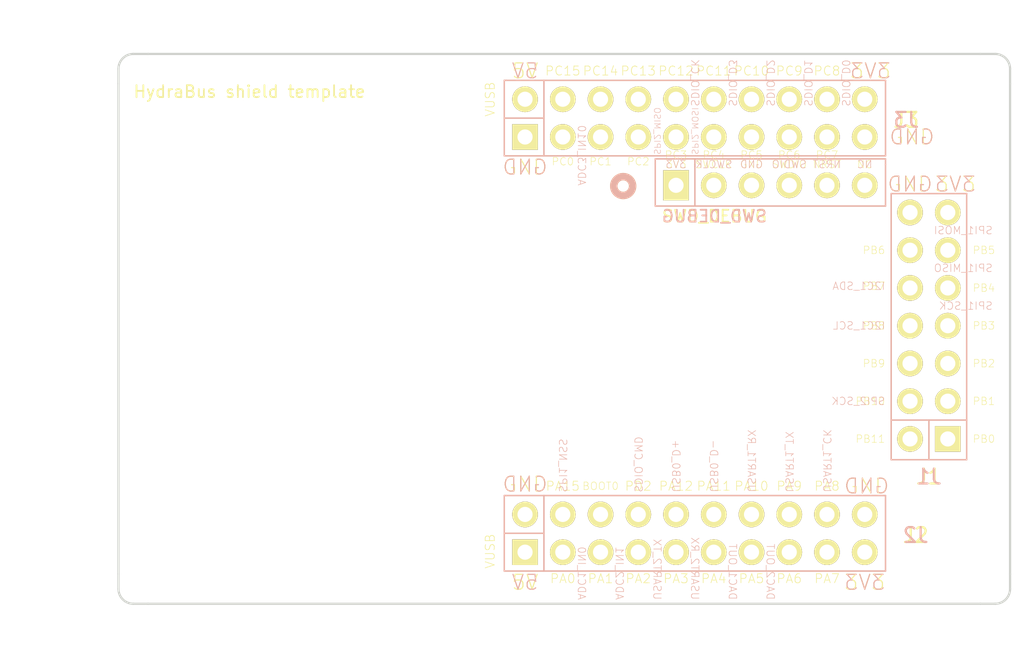
<source format=kicad_pcb>
(kicad_pcb (version 4) (host pcbnew 4.0.0-2.201512062335+6193~38~ubuntu15.10.1-stable)

  (general
    (links 9)
    (no_connects 9)
    (area 107.833333 71.323 176.917334 117.280001)
    (thickness 1.6)
    (drawings 169)
    (tracks 0)
    (zones 0)
    (modules 4)
    (nets 52)
  )

  (page A4)
  (title_block
    (title "HydraBus shield template")
    (date 2015-12-17)
    (comment 1 http://hydrabus.com/)
    (comment 2 "Based on the original HydraBus Eagle shield template")
    (comment 3 "Antti Nykänen <aon@umetronics.com>")
    (comment 4 "CC BY-SA 4.0")
  )

  (layers
    (0 F.Cu signal)
    (31 B.Cu signal)
    (32 B.Adhes user)
    (33 F.Adhes user)
    (34 B.Paste user)
    (35 F.Paste user)
    (36 B.SilkS user)
    (37 F.SilkS user)
    (38 B.Mask user)
    (39 F.Mask user)
    (40 Dwgs.User user)
    (41 Cmts.User user)
    (42 Eco1.User user)
    (43 Eco2.User user)
    (44 Edge.Cuts user)
    (45 Margin user)
    (46 B.CrtYd user)
    (47 F.CrtYd user)
    (48 B.Fab user)
    (49 F.Fab user)
  )

  (setup
    (last_trace_width 0.25)
    (trace_clearance 0.2)
    (zone_clearance 0.508)
    (zone_45_only no)
    (trace_min 0.2)
    (segment_width 0.1)
    (edge_width 0.15)
    (via_size 0.6)
    (via_drill 0.4)
    (via_min_size 0.4)
    (via_min_drill 0.3)
    (uvia_size 0.3)
    (uvia_drill 0.1)
    (uvias_allowed no)
    (uvia_min_size 0.2)
    (uvia_min_drill 0.1)
    (pcb_text_width 0.12)
    (pcb_text_size 0.8 0.8)
    (mod_edge_width 0.15)
    (mod_text_size 1 1)
    (mod_text_width 0.15)
    (pad_size 1.524 1.524)
    (pad_drill 0.762)
    (pad_to_mask_clearance 0.2)
    (aux_axis_origin 0 0)
    (grid_origin 176 76)
    (visible_elements FFFFFF7F)
    (pcbplotparams
      (layerselection 0x011f0_80000001)
      (usegerberextensions true)
      (excludeedgelayer true)
      (linewidth 0.100000)
      (plotframeref false)
      (viasonmask false)
      (mode 1)
      (useauxorigin false)
      (hpglpennumber 1)
      (hpglpenspeed 20)
      (hpglpendiameter 15)
      (hpglpenoverlay 2)
      (psnegative false)
      (psa4output false)
      (plotreference true)
      (plotvalue false)
      (plotinvisibletext false)
      (padsonsilk false)
      (subtractmaskfromsilk true)
      (outputformat 1)
      (mirror false)
      (drillshape 0)
      (scaleselection 1)
      (outputdirectory gerber))
  )

  (net 0 "")
  (net 1 /PB0)
  (net 2 /PB11)
  (net 3 /PB1)
  (net 4 /PB10)
  (net 5 /PB2_BOOT1)
  (net 6 /PB9)
  (net 7 /PB3)
  (net 8 /PB8)
  (net 9 /PB4)
  (net 10 /PB7)
  (net 11 /PB5)
  (net 12 /PB6)
  (net 13 +3V3)
  (net 14 GND)
  (net 15 +5V)
  (net 16 /PA0)
  (net 17 /PA15)
  (net 18 /PA1)
  (net 19 /BOOT0)
  (net 20 /PA2)
  (net 21 /PD2_SDIO_CMD)
  (net 22 /PA3)
  (net 23 /USB0D_P)
  (net 24 /PA4)
  (net 25 /USB0D_N)
  (net 26 /PA5)
  (net 27 /PA10)
  (net 28 /PA6)
  (net 29 /PA9)
  (net 30 /PA7)
  (net 31 /PA8)
  (net 32 /PC0)
  (net 33 /PC15)
  (net 34 /PC1)
  (net 35 /PC14)
  (net 36 /PC2)
  (net 37 /PC13)
  (net 38 /PC3)
  (net 39 /PC12_SDIO_CK)
  (net 40 /PC4)
  (net 41 /PC11_SDIO_D3)
  (net 42 /PC5)
  (net 43 /PC10_SDIO_D2)
  (net 44 /PC6)
  (net 45 /PC9_SDIO_D1)
  (net 46 /PC7)
  (net 47 /PC8_SDIO_D0)
  (net 48 /SWD_SWCLK)
  (net 49 /SWD_SWDIO)
  (net 50 /NRST)
  (net 51 "Net-(J4-Pad6)")

  (net_class Default "This is the default net class."
    (clearance 0.2)
    (trace_width 0.25)
    (via_dia 0.6)
    (via_drill 0.4)
    (uvia_dia 0.3)
    (uvia_drill 0.1)
    (add_net +3V3)
    (add_net +5V)
    (add_net /BOOT0)
    (add_net /NRST)
    (add_net /PA0)
    (add_net /PA1)
    (add_net /PA10)
    (add_net /PA15)
    (add_net /PA2)
    (add_net /PA3)
    (add_net /PA4)
    (add_net /PA5)
    (add_net /PA6)
    (add_net /PA7)
    (add_net /PA8)
    (add_net /PA9)
    (add_net /PB0)
    (add_net /PB1)
    (add_net /PB10)
    (add_net /PB11)
    (add_net /PB2_BOOT1)
    (add_net /PB3)
    (add_net /PB4)
    (add_net /PB5)
    (add_net /PB6)
    (add_net /PB7)
    (add_net /PB8)
    (add_net /PB9)
    (add_net /PC0)
    (add_net /PC1)
    (add_net /PC10_SDIO_D2)
    (add_net /PC11_SDIO_D3)
    (add_net /PC12_SDIO_CK)
    (add_net /PC13)
    (add_net /PC14)
    (add_net /PC15)
    (add_net /PC2)
    (add_net /PC3)
    (add_net /PC4)
    (add_net /PC5)
    (add_net /PC6)
    (add_net /PC7)
    (add_net /PC8_SDIO_D0)
    (add_net /PC9_SDIO_D1)
    (add_net /PD2_SDIO_CMD)
    (add_net /SWD_SWCLK)
    (add_net /SWD_SWDIO)
    (add_net /USB0D_N)
    (add_net /USB0D_P)
    (add_net GND)
    (add_net "Net-(J4-Pad6)")
  )

  (module Pin_Headers:Pin_Header_Straight_2x10 (layer F.Cu) (tedit 5674315B) (tstamp 5672C342)
    (at 143.361 109.528 90)
    (descr "Through hole pin header")
    (tags "pin header")
    (path /5672B8E4)
    (fp_text reference J2 (at 1.143 26.289 180) (layer F.SilkS)
      (effects (font (size 1 1) (thickness 0.15)))
    )
    (fp_text value CONN_02X10 (at 0 -3.1 90) (layer F.Fab) hide
      (effects (font (size 1 1) (thickness 0.15)))
    )
    (fp_line (start -1.75 -1.75) (end -1.75 24.65) (layer F.CrtYd) (width 0.05))
    (fp_line (start 4.3 -1.75) (end 4.3 24.65) (layer F.CrtYd) (width 0.05))
    (fp_line (start -1.75 -1.75) (end 4.3 -1.75) (layer F.CrtYd) (width 0.05))
    (fp_line (start -1.75 24.65) (end 4.3 24.65) (layer F.CrtYd) (width 0.05))
    (pad 1 thru_hole rect (at 0 0 90) (size 1.7272 1.7272) (drill 1.016) (layers *.Cu *.Mask F.SilkS)
      (net 15 +5V))
    (pad 2 thru_hole oval (at 2.54 0 90) (size 1.7272 1.7272) (drill 1.016) (layers *.Cu *.Mask F.SilkS)
      (net 14 GND))
    (pad 3 thru_hole oval (at 0 2.54 90) (size 1.7272 1.7272) (drill 1.016) (layers *.Cu *.Mask F.SilkS)
      (net 16 /PA0))
    (pad 4 thru_hole oval (at 2.54 2.54 90) (size 1.7272 1.7272) (drill 1.016) (layers *.Cu *.Mask F.SilkS)
      (net 17 /PA15))
    (pad 5 thru_hole oval (at 0 5.08 90) (size 1.7272 1.7272) (drill 1.016) (layers *.Cu *.Mask F.SilkS)
      (net 18 /PA1))
    (pad 6 thru_hole oval (at 2.54 5.08 90) (size 1.7272 1.7272) (drill 1.016) (layers *.Cu *.Mask F.SilkS)
      (net 19 /BOOT0))
    (pad 7 thru_hole oval (at 0 7.62 90) (size 1.7272 1.7272) (drill 1.016) (layers *.Cu *.Mask F.SilkS)
      (net 20 /PA2))
    (pad 8 thru_hole oval (at 2.54 7.62 90) (size 1.7272 1.7272) (drill 1.016) (layers *.Cu *.Mask F.SilkS)
      (net 21 /PD2_SDIO_CMD))
    (pad 9 thru_hole oval (at 0 10.16 90) (size 1.7272 1.7272) (drill 1.016) (layers *.Cu *.Mask F.SilkS)
      (net 22 /PA3))
    (pad 10 thru_hole oval (at 2.54 10.16 90) (size 1.7272 1.7272) (drill 1.016) (layers *.Cu *.Mask F.SilkS)
      (net 23 /USB0D_P))
    (pad 11 thru_hole oval (at 0 12.7 90) (size 1.7272 1.7272) (drill 1.016) (layers *.Cu *.Mask F.SilkS)
      (net 24 /PA4))
    (pad 12 thru_hole oval (at 2.54 12.7 90) (size 1.7272 1.7272) (drill 1.016) (layers *.Cu *.Mask F.SilkS)
      (net 25 /USB0D_N))
    (pad 13 thru_hole oval (at 0 15.24 90) (size 1.7272 1.7272) (drill 1.016) (layers *.Cu *.Mask F.SilkS)
      (net 26 /PA5))
    (pad 14 thru_hole oval (at 2.54 15.24 90) (size 1.7272 1.7272) (drill 1.016) (layers *.Cu *.Mask F.SilkS)
      (net 27 /PA10))
    (pad 15 thru_hole oval (at 0 17.78 90) (size 1.7272 1.7272) (drill 1.016) (layers *.Cu *.Mask F.SilkS)
      (net 28 /PA6))
    (pad 16 thru_hole oval (at 2.54 17.78 90) (size 1.7272 1.7272) (drill 1.016) (layers *.Cu *.Mask F.SilkS)
      (net 29 /PA9))
    (pad 17 thru_hole oval (at 0 20.32 90) (size 1.7272 1.7272) (drill 1.016) (layers *.Cu *.Mask F.SilkS)
      (net 30 /PA7))
    (pad 18 thru_hole oval (at 2.54 20.32 90) (size 1.7272 1.7272) (drill 1.016) (layers *.Cu *.Mask F.SilkS)
      (net 31 /PA8))
    (pad 19 thru_hole oval (at 0 22.86 90) (size 1.7272 1.7272) (drill 1.016) (layers *.Cu *.Mask F.SilkS)
      (net 13 +3V3))
    (pad 20 thru_hole oval (at 2.54 22.86 90) (size 1.7272 1.7272) (drill 1.016) (layers *.Cu *.Mask F.SilkS)
      (net 14 GND))
    (model Pin_Headers.3dshapes/Pin_Header_Straight_2x10.wrl
      (at (xyz 0.05 -0.45 0))
      (scale (xyz 1 1 1))
      (rotate (xyz 0 0 90))
    )
  )

  (module Pin_Headers:Pin_Header_Straight_2x10 (layer F.Cu) (tedit 5674306D) (tstamp 5672C35A)
    (at 143.361 81.588 90)
    (descr "Through hole pin header")
    (tags "pin header")
    (path /5672B7D1)
    (fp_text reference J3 (at 1.143 25.654 180) (layer F.SilkS)
      (effects (font (size 1 1) (thickness 0.15)))
    )
    (fp_text value CONN_02X10 (at 0 -3.1 90) (layer F.Fab) hide
      (effects (font (size 1 1) (thickness 0.15)))
    )
    (fp_line (start -1.75 -1.75) (end -1.75 24.65) (layer F.CrtYd) (width 0.05))
    (fp_line (start 4.3 -1.75) (end 4.3 24.65) (layer F.CrtYd) (width 0.05))
    (fp_line (start -1.75 -1.75) (end 4.3 -1.75) (layer F.CrtYd) (width 0.05))
    (fp_line (start -1.75 24.65) (end 4.3 24.65) (layer F.CrtYd) (width 0.05))
    (pad 1 thru_hole rect (at 0 0 90) (size 1.7272 1.7272) (drill 1.016) (layers *.Cu *.Mask F.SilkS)
      (net 14 GND))
    (pad 2 thru_hole oval (at 2.54 0 90) (size 1.7272 1.7272) (drill 1.016) (layers *.Cu *.Mask F.SilkS)
      (net 15 +5V))
    (pad 3 thru_hole oval (at 0 2.54 90) (size 1.7272 1.7272) (drill 1.016) (layers *.Cu *.Mask F.SilkS)
      (net 32 /PC0))
    (pad 4 thru_hole oval (at 2.54 2.54 90) (size 1.7272 1.7272) (drill 1.016) (layers *.Cu *.Mask F.SilkS)
      (net 33 /PC15))
    (pad 5 thru_hole oval (at 0 5.08 90) (size 1.7272 1.7272) (drill 1.016) (layers *.Cu *.Mask F.SilkS)
      (net 34 /PC1))
    (pad 6 thru_hole oval (at 2.54 5.08 90) (size 1.7272 1.7272) (drill 1.016) (layers *.Cu *.Mask F.SilkS)
      (net 35 /PC14))
    (pad 7 thru_hole oval (at 0 7.62 90) (size 1.7272 1.7272) (drill 1.016) (layers *.Cu *.Mask F.SilkS)
      (net 36 /PC2))
    (pad 8 thru_hole oval (at 2.54 7.62 90) (size 1.7272 1.7272) (drill 1.016) (layers *.Cu *.Mask F.SilkS)
      (net 37 /PC13))
    (pad 9 thru_hole oval (at 0 10.16 90) (size 1.7272 1.7272) (drill 1.016) (layers *.Cu *.Mask F.SilkS)
      (net 38 /PC3))
    (pad 10 thru_hole oval (at 2.54 10.16 90) (size 1.7272 1.7272) (drill 1.016) (layers *.Cu *.Mask F.SilkS)
      (net 39 /PC12_SDIO_CK))
    (pad 11 thru_hole oval (at 0 12.7 90) (size 1.7272 1.7272) (drill 1.016) (layers *.Cu *.Mask F.SilkS)
      (net 40 /PC4))
    (pad 12 thru_hole oval (at 2.54 12.7 90) (size 1.7272 1.7272) (drill 1.016) (layers *.Cu *.Mask F.SilkS)
      (net 41 /PC11_SDIO_D3))
    (pad 13 thru_hole oval (at 0 15.24 90) (size 1.7272 1.7272) (drill 1.016) (layers *.Cu *.Mask F.SilkS)
      (net 42 /PC5))
    (pad 14 thru_hole oval (at 2.54 15.24 90) (size 1.7272 1.7272) (drill 1.016) (layers *.Cu *.Mask F.SilkS)
      (net 43 /PC10_SDIO_D2))
    (pad 15 thru_hole oval (at 0 17.78 90) (size 1.7272 1.7272) (drill 1.016) (layers *.Cu *.Mask F.SilkS)
      (net 44 /PC6))
    (pad 16 thru_hole oval (at 2.54 17.78 90) (size 1.7272 1.7272) (drill 1.016) (layers *.Cu *.Mask F.SilkS)
      (net 45 /PC9_SDIO_D1))
    (pad 17 thru_hole oval (at 0 20.32 90) (size 1.7272 1.7272) (drill 1.016) (layers *.Cu *.Mask F.SilkS)
      (net 46 /PC7))
    (pad 18 thru_hole oval (at 2.54 20.32 90) (size 1.7272 1.7272) (drill 1.016) (layers *.Cu *.Mask F.SilkS)
      (net 47 /PC8_SDIO_D0))
    (pad 19 thru_hole oval (at 0 22.86 90) (size 1.7272 1.7272) (drill 1.016) (layers *.Cu *.Mask F.SilkS)
      (net 14 GND))
    (pad 20 thru_hole oval (at 2.54 22.86 90) (size 1.7272 1.7272) (drill 1.016) (layers *.Cu *.Mask F.SilkS)
      (net 13 +3V3))
    (model Pin_Headers.3dshapes/Pin_Header_Straight_2x10.wrl
      (at (xyz 0.05 -0.45 0))
      (scale (xyz 1 1 1))
      (rotate (xyz 0 0 90))
    )
  )

  (module Pin_Headers:Pin_Header_Straight_2x07 (layer F.Cu) (tedit 56743143) (tstamp 5672C32A)
    (at 171.809 101.908 180)
    (descr "Through hole pin header")
    (tags "pin header")
    (path /5672B942)
    (fp_text reference J1 (at 1.27 -2.54 180) (layer F.SilkS)
      (effects (font (size 1 1) (thickness 0.15)))
    )
    (fp_text value CONN_02X07 (at 0 -3.1 180) (layer F.Fab) hide
      (effects (font (size 1 1) (thickness 0.15)))
    )
    (fp_line (start -1.75 -1.75) (end -1.75 17) (layer F.CrtYd) (width 0.05))
    (fp_line (start 4.3 -1.75) (end 4.3 17) (layer F.CrtYd) (width 0.05))
    (fp_line (start -1.75 -1.75) (end 4.3 -1.75) (layer F.CrtYd) (width 0.05))
    (fp_line (start -1.75 17) (end 4.3 17) (layer F.CrtYd) (width 0.05))
    (pad 1 thru_hole rect (at 0 0 180) (size 1.7272 1.7272) (drill 1.016) (layers *.Cu *.Mask F.SilkS)
      (net 1 /PB0))
    (pad 2 thru_hole oval (at 2.54 0 180) (size 1.7272 1.7272) (drill 1.016) (layers *.Cu *.Mask F.SilkS)
      (net 2 /PB11))
    (pad 3 thru_hole oval (at 0 2.54 180) (size 1.7272 1.7272) (drill 1.016) (layers *.Cu *.Mask F.SilkS)
      (net 3 /PB1))
    (pad 4 thru_hole oval (at 2.54 2.54 180) (size 1.7272 1.7272) (drill 1.016) (layers *.Cu *.Mask F.SilkS)
      (net 4 /PB10))
    (pad 5 thru_hole oval (at 0 5.08 180) (size 1.7272 1.7272) (drill 1.016) (layers *.Cu *.Mask F.SilkS)
      (net 5 /PB2_BOOT1))
    (pad 6 thru_hole oval (at 2.54 5.08 180) (size 1.7272 1.7272) (drill 1.016) (layers *.Cu *.Mask F.SilkS)
      (net 6 /PB9))
    (pad 7 thru_hole oval (at 0 7.62 180) (size 1.7272 1.7272) (drill 1.016) (layers *.Cu *.Mask F.SilkS)
      (net 7 /PB3))
    (pad 8 thru_hole oval (at 2.54 7.62 180) (size 1.7272 1.7272) (drill 1.016) (layers *.Cu *.Mask F.SilkS)
      (net 8 /PB8))
    (pad 9 thru_hole oval (at 0 10.16 180) (size 1.7272 1.7272) (drill 1.016) (layers *.Cu *.Mask F.SilkS)
      (net 9 /PB4))
    (pad 10 thru_hole oval (at 2.54 10.16 180) (size 1.7272 1.7272) (drill 1.016) (layers *.Cu *.Mask F.SilkS)
      (net 10 /PB7))
    (pad 11 thru_hole oval (at 0 12.7 180) (size 1.7272 1.7272) (drill 1.016) (layers *.Cu *.Mask F.SilkS)
      (net 11 /PB5))
    (pad 12 thru_hole oval (at 2.54 12.7 180) (size 1.7272 1.7272) (drill 1.016) (layers *.Cu *.Mask F.SilkS)
      (net 12 /PB6))
    (pad 13 thru_hole oval (at 0 15.24 180) (size 1.7272 1.7272) (drill 1.016) (layers *.Cu *.Mask F.SilkS)
      (net 13 +3V3))
    (pad 14 thru_hole oval (at 2.54 15.24 180) (size 1.7272 1.7272) (drill 1.016) (layers *.Cu *.Mask F.SilkS)
      (net 14 GND))
    (model Pin_Headers.3dshapes/Pin_Header_Straight_2x07.wrl
      (at (xyz 0.05 -0.3 0))
      (scale (xyz 1 1 1))
      (rotate (xyz 0 0 90))
    )
  )

  (module Pin_Headers:Pin_Header_Straight_1x06 (layer F.Cu) (tedit 56743C54) (tstamp 5672C364)
    (at 153.521 84.8392 90)
    (descr "Through hole pin header")
    (tags "pin header")
    (path /5672B97D)
    (fp_text reference J4 (at 0 -5.1 90) (layer F.Adhes) hide
      (effects (font (size 1 1) (thickness 0.15)))
    )
    (fp_text value CONN_01X06 (at 0 -3.1 90) (layer F.Fab) hide
      (effects (font (size 1 1) (thickness 0.15)))
    )
    (fp_line (start -1.75 -1.75) (end -1.75 14.45) (layer F.CrtYd) (width 0.05))
    (fp_line (start 1.75 -1.75) (end 1.75 14.45) (layer F.CrtYd) (width 0.05))
    (fp_line (start -1.75 -1.75) (end 1.75 -1.75) (layer F.CrtYd) (width 0.05))
    (fp_line (start -1.75 14.45) (end 1.75 14.45) (layer F.CrtYd) (width 0.05))
    (pad 1 thru_hole rect (at 0 0 90) (size 2.032 1.7272) (drill 1.016) (layers *.Cu *.Mask F.SilkS)
      (net 13 +3V3))
    (pad 2 thru_hole oval (at 0 2.54 90) (size 1.7272 1.7272) (drill 1.016) (layers *.Cu *.Mask F.SilkS)
      (net 48 /SWD_SWCLK))
    (pad 3 thru_hole oval (at 0 5.08 90) (size 1.7272 1.7272) (drill 1.016) (layers *.Cu *.Mask F.SilkS)
      (net 14 GND))
    (pad 4 thru_hole oval (at 0 7.62 90) (size 1.7272 1.7272) (drill 1.016) (layers *.Cu *.Mask F.SilkS)
      (net 49 /SWD_SWDIO))
    (pad 5 thru_hole oval (at 0 10.16 90) (size 1.7272 1.7272) (drill 1.016) (layers *.Cu *.Mask F.SilkS)
      (net 50 /NRST))
    (pad 6 thru_hole oval (at 0 12.7 90) (size 1.7272 1.7272) (drill 1.016) (layers *.Cu *.Mask F.SilkS)
      (net 51 "Net-(J4-Pad6)"))
    (model Pin_Headers.3dshapes/Pin_Header_Straight_1x06.wrl
      (at (xyz 0 -0.25 0))
      (scale (xyz 1 1 1))
      (rotate (xyz 0 0 90))
    )
  )

  (gr_text VUSB (at 141.0115 109.4645 90) (layer F.SilkS)
    (effects (font (size 0.61 0.61) (thickness 0.05)))
  )
  (gr_text VUSB (at 141.0115 79.048 90) (layer F.SilkS)
    (effects (font (size 0.61 0.61) (thickness 0.05)))
  )
  (gr_text USART1_CK (at 163.681 105.5275 270) (layer B.SilkS)
    (effects (font (size 0.51 0.51) (thickness 0.04)) (justify left mirror))
  )
  (gr_text USART1_TX (at 161.141 105.5275 270) (layer B.SilkS)
    (effects (font (size 0.51 0.51) (thickness 0.04)) (justify left mirror))
  )
  (gr_text USART1_RX (at 158.601 105.5275 270) (layer B.SilkS)
    (effects (font (size 0.51 0.51) (thickness 0.04)) (justify left mirror))
  )
  (gr_text USB0_D- (at 156.061 105.5275 270) (layer B.SilkS)
    (effects (font (size 0.51 0.51) (thickness 0.04)) (justify left mirror))
  )
  (gr_text USB0_D+ (at 153.521 105.5275 270) (layer B.SilkS)
    (effects (font (size 0.51 0.51) (thickness 0.04)) (justify left mirror))
  )
  (gr_text SDIO_CMD (at 150.981 105.5275 270) (layer B.SilkS)
    (effects (font (size 0.51 0.51) (thickness 0.04)) (justify left mirror))
  )
  (gr_text SPI1_NSS (at 145.901 105.5275 270) (layer B.SilkS)
    (effects (font (size 0.51 0.51) (thickness 0.04)) (justify left mirror))
  )
  (gr_text DAC2_OUT (at 159.871 112.7665 270) (layer B.SilkS)
    (effects (font (size 0.51 0.51) (thickness 0.04)) (justify left mirror))
  )
  (gr_text DAC1_OUT (at 157.331 112.7665 270) (layer B.SilkS)
    (effects (font (size 0.51 0.51) (thickness 0.04)) (justify left mirror))
  )
  (gr_text USART2_RX (at 154.791 112.7665 270) (layer B.SilkS)
    (effects (font (size 0.51 0.51) (thickness 0.04)) (justify left mirror))
  )
  (gr_text USART2_TX (at 152.251 112.7665 270) (layer B.SilkS)
    (effects (font (size 0.51 0.51) (thickness 0.04)) (justify left mirror))
  )
  (gr_text ADC2_IN1 (at 149.711 112.7665 270) (layer B.SilkS)
    (effects (font (size 0.51 0.51) (thickness 0.04)) (justify left mirror))
  )
  (gr_text ADC1_IN0 (at 147.171 112.7665 270) (layer B.SilkS)
    (effects (font (size 0.51 0.51) (thickness 0.04)) (justify left mirror))
  )
  (gr_text I2C1_SDA (at 167.618 91.621) (layer B.SilkS)
    (effects (font (size 0.51 0.51) (thickness 0.04)) (justify left mirror))
  )
  (gr_text I2C1_SCL (at 167.618 94.288) (layer B.SilkS)
    (effects (font (size 0.51 0.51) (thickness 0.04)) (justify left mirror))
  )
  (gr_text SPI2_SCK (at 167.618 99.368) (layer B.SilkS)
    (effects (font (size 0.51 0.51) (thickness 0.04)) (justify left mirror))
  )
  (gr_text SPI1_SCK (at 174.857 92.9545) (layer B.SilkS)
    (effects (font (size 0.51 0.51) (thickness 0.04)) (justify left mirror))
  )
  (gr_text SPI1_MISO (at 174.857 90.4145) (layer B.SilkS)
    (effects (font (size 0.51 0.51) (thickness 0.04)) (justify left mirror))
  )
  (gr_text SPI1_MOSI (at 174.857 87.8745) (layer B.SilkS)
    (effects (font (size 0.51 0.51) (thickness 0.04)) (justify left mirror))
  )
  (gr_text SPI2_MOSI (at 154.791 82.7945 270) (layer B.SilkS)
    (effects (font (size 0.41 0.41) (thickness 0.032)) (justify left mirror))
  )
  (gr_text SPI2_MISO (at 152.251 82.7945 270) (layer B.SilkS)
    (effects (font (size 0.41 0.41) (thickness 0.032)) (justify left mirror))
  )
  (gr_text ADC3_IN10 (at 147.171 84.89 270) (layer B.SilkS)
    (effects (font (size 0.51 0.51) (thickness 0.04)) (justify left mirror))
  )
  (gr_text SDIO_D0 (at 164.951 79.556 270) (layer B.SilkS)
    (effects (font (size 0.51 0.51) (thickness 0.04)) (justify left mirror))
  )
  (gr_text SDIO_D1 (at 162.411 79.556 270) (layer B.SilkS)
    (effects (font (size 0.51 0.51) (thickness 0.04)) (justify left mirror))
  )
  (gr_text SDIO_D2 (at 159.871 79.556 270) (layer B.SilkS)
    (effects (font (size 0.51 0.51) (thickness 0.04)) (justify left mirror))
  )
  (gr_text SDIO_D3 (at 157.331 79.556 270) (layer B.SilkS)
    (effects (font (size 0.51 0.51) (thickness 0.04)) (justify left mirror))
  )
  (gr_text SDIO_CK (at 154.791 79.556 270) (layer B.SilkS)
    (effects (font (size 0.51 0.51) (thickness 0.04)) (justify left mirror))
  )
  (gr_text PB0 (at 173.46 101.908) (layer F.SilkS)
    (effects (font (size 0.51 0.51) (thickness 0.04)) (justify left))
  )
  (gr_text PB1 (at 173.46 99.368) (layer F.SilkS)
    (effects (font (size 0.51 0.51) (thickness 0.04)) (justify left))
  )
  (gr_text PB2 (at 173.46 96.828) (layer F.SilkS)
    (effects (font (size 0.51 0.51) (thickness 0.04)) (justify left))
  )
  (gr_text PB3 (at 173.46 94.288) (layer F.SilkS)
    (effects (font (size 0.51 0.51) (thickness 0.04)) (justify left))
  )
  (gr_text PB4 (at 173.46 91.748) (layer F.SilkS)
    (effects (font (size 0.51 0.51) (thickness 0.04)) (justify left))
  )
  (gr_text PB11 (at 167.618 101.908) (layer F.SilkS)
    (effects (font (size 0.51 0.51) (thickness 0.04)) (justify right))
  )
  (gr_text PB5 (at 173.46 89.208) (layer F.SilkS)
    (effects (font (size 0.51 0.51) (thickness 0.04)) (justify left))
  )
  (gr_text PB10 (at 167.618 99.368) (layer F.SilkS)
    (effects (font (size 0.51 0.51) (thickness 0.04)) (justify right))
  )
  (gr_text PB9 (at 167.618 96.828) (layer F.SilkS)
    (effects (font (size 0.51 0.51) (thickness 0.04)) (justify right))
  )
  (gr_text PB8 (at 167.618 94.288) (layer F.SilkS)
    (effects (font (size 0.51 0.51) (thickness 0.04)) (justify right))
  )
  (gr_text PB7 (at 167.618 91.621) (layer F.SilkS)
    (effects (font (size 0.51 0.51) (thickness 0.04)) (justify right))
  )
  (gr_text PB6 (at 167.618 89.208) (layer F.SilkS)
    (effects (font (size 0.51 0.51) (thickness 0.04)) (justify right))
  )
  (gr_text GND (at 169.269 84.763) (layer B.SilkS)
    (effects (font (size 1 1) (thickness 0.08)) (justify mirror))
  )
  (gr_text 3V3 (at 172.317 84.763) (layer B.SilkS)
    (effects (font (size 1 1) (thickness 0.08)) (justify mirror))
  )
  (gr_text 3V3 (at 172.317 84.763) (layer F.SilkS)
    (effects (font (size 1 1) (thickness 0.08)))
  )
  (gr_text GND (at 169.269 84.763) (layer F.SilkS)
    (effects (font (size 1 1) (thickness 0.08)))
  )
  (gr_line (start 170.539 100.638) (end 170.539 103.305) (angle 90) (layer B.SilkS) (width 0.1))
  (gr_line (start 167.999 100.638) (end 173.079 100.638) (angle 90) (layer B.SilkS) (width 0.1))
  (gr_text NC (at 166.221 83.4295) (layer F.SilkS)
    (effects (font (size 0.51 0.51) (thickness 0.04)))
  )
  (gr_text NRST (at 163.681 83.4295) (layer B.SilkS)
    (effects (font (size 0.51 0.51) (thickness 0.04)) (justify mirror))
  )
  (gr_text SWDIO (at 161.141 83.4295) (layer B.SilkS)
    (effects (font (size 0.51 0.51) (thickness 0.04)) (justify mirror))
  )
  (gr_text GND (at 158.601 83.4295) (layer F.SilkS)
    (effects (font (size 0.51 0.51) (thickness 0.04)))
  )
  (gr_text SWCLK (at 156.061 83.4295) (layer B.SilkS)
    (effects (font (size 0.51 0.51) (thickness 0.04)) (justify mirror))
  )
  (gr_text 3V3 (at 153.521 83.4295) (layer B.SilkS)
    (effects (font (size 0.51 0.51) (thickness 0.04)) (justify mirror))
  )
  (gr_text NC (at 166.221 83.4295) (layer B.SilkS)
    (effects (font (size 0.51 0.51) (thickness 0.04)) (justify mirror))
  )
  (gr_text NRST (at 163.681 83.4295) (layer F.SilkS)
    (effects (font (size 0.51 0.51) (thickness 0.04)))
  )
  (gr_text SWDIO (at 161.141 83.4295) (layer F.SilkS)
    (effects (font (size 0.51 0.51) (thickness 0.04)))
  )
  (gr_line (start 167.618 83.4422) (end 167.618 83.0612) (angle 90) (layer B.SilkS) (width 0.1))
  (gr_line (start 154.791 83.0612) (end 154.7656 83.0866) (angle 90) (layer B.SilkS) (width 0.1))
  (gr_line (start 154.791 83.4422) (end 154.791 83.0612) (angle 90) (layer B.SilkS) (width 0.1))
  (gr_line (start 152.124 83.3914) (end 152.124 83.4676) (angle 90) (layer B.SilkS) (width 0.1))
  (gr_line (start 152.124 83.0612) (end 152.124 83.3914) (angle 90) (layer B.SilkS) (width 0.1))
  (gr_text GND (at 158.601 83.4295) (layer B.SilkS)
    (effects (font (size 0.51 0.51) (thickness 0.04)) (justify mirror))
  )
  (gr_text SWCLK (at 156.061 83.4295) (layer F.SilkS)
    (effects (font (size 0.51 0.51) (thickness 0.04)))
  )
  (gr_text 3V3 (at 153.521 83.4295) (layer F.SilkS)
    (effects (font (size 0.51 0.51) (thickness 0.04)))
  )
  (gr_line (start 167.999 103.305) (end 167.999 85.398) (angle 90) (layer B.SilkS) (width 0.1))
  (gr_line (start 173.079 103.305) (end 167.999 103.305) (angle 90) (layer B.SilkS) (width 0.1))
  (gr_line (start 173.079 85.398) (end 173.079 103.305) (angle 90) (layer B.SilkS) (width 0.1))
  (gr_line (start 167.999 85.398) (end 173.079 85.398) (angle 90) (layer B.SilkS) (width 0.1))
  (gr_line (start 154.791 83.5692) (end 154.791 83.4422) (angle 90) (layer B.SilkS) (width 0.1))
  (gr_line (start 154.791 86.2235) (end 154.791 83.5565) (angle 90) (layer B.SilkS) (width 0.1))
  (gr_line (start 152.124 86.2362) (end 152.124 84.763) (angle 90) (layer B.SilkS) (width 0.1))
  (gr_line (start 167.618 86.2362) (end 152.124 86.2362) (angle 90) (layer B.SilkS) (width 0.1))
  (gr_line (start 167.618 83.4422) (end 167.618 86.2362) (angle 90) (layer B.SilkS) (width 0.1))
  (gr_line (start 152.124 83.0612) (end 167.618 83.0612) (angle 90) (layer B.SilkS) (width 0.1))
  (gr_line (start 152.124 84.8392) (end 152.124 83.4422) (angle 90) (layer B.SilkS) (width 0.1))
  (gr_text PA0 (at 145.901 111.306) (layer F.SilkS)
    (effects (font (size 0.61 0.61) (thickness 0.05)))
  )
  (gr_text PA7 (at 163.681 111.306) (layer F.SilkS) (tstamp 567436A3)
    (effects (font (size 0.61 0.61) (thickness 0.05)))
  )
  (gr_text PA6 (at 161.141 111.306) (layer F.SilkS) (tstamp 567436A2)
    (effects (font (size 0.61 0.61) (thickness 0.05)))
  )
  (gr_text PA5 (at 158.601 111.306) (layer F.SilkS) (tstamp 567436A1)
    (effects (font (size 0.61 0.61) (thickness 0.05)))
  )
  (gr_text PA4 (at 156.061 111.306) (layer F.SilkS) (tstamp 567436A0)
    (effects (font (size 0.61 0.61) (thickness 0.05)))
  )
  (gr_text PA3 (at 153.521 111.306) (layer F.SilkS) (tstamp 5674369F)
    (effects (font (size 0.61 0.61) (thickness 0.05)))
  )
  (gr_text PA2 (at 150.981 111.306) (layer F.SilkS) (tstamp 5674369E)
    (effects (font (size 0.61 0.61) (thickness 0.05)))
  )
  (gr_text PA1 (at 148.441 111.306) (layer F.SilkS) (tstamp 5674369D)
    (effects (font (size 0.61 0.61) (thickness 0.05)))
  )
  (gr_text 5V (at 143.361 111.56) (layer B.SilkS) (tstamp 56743644)
    (effects (font (size 1 1) (thickness 0.08)) (justify mirror))
  )
  (gr_text 5V (at 143.361 111.56) (layer F.SilkS) (tstamp 56743643)
    (effects (font (size 1 1) (thickness 0.08)))
  )
  (gr_line (start 142.091 105.718) (end 167.618 105.718) (angle 90) (layer B.SilkS) (width 0.1) (tstamp 56743642))
  (gr_line (start 167.618 105.718) (end 167.618 110.798) (angle 90) (layer B.SilkS) (width 0.1) (tstamp 56743641))
  (gr_line (start 167.618 110.798) (end 141.964 110.798) (angle 90) (layer B.SilkS) (width 0.1) (tstamp 56743640))
  (gr_line (start 141.964 110.798) (end 141.964 105.718) (angle 90) (layer B.SilkS) (width 0.1) (tstamp 5674363F))
  (gr_line (start 141.964 105.718) (end 142.091 105.718) (angle 90) (layer B.SilkS) (width 0.1) (tstamp 5674363E))
  (gr_line (start 144.631 105.718) (end 144.631 110.798) (angle 90) (layer B.SilkS) (width 0.1) (tstamp 5674363D))
  (gr_line (start 141.964 108.258) (end 144.631 108.258) (angle 90) (layer B.SilkS) (width 0.1) (tstamp 5674363C))
  (gr_text PA15 (at 145.901 105.083) (layer F.SilkS) (tstamp 56743639)
    (effects (font (size 0.61 0.61) (thickness 0.05)))
  )
  (gr_text BOOT0 (at 148.441 105.083) (layer F.SilkS) (tstamp 56743638)
    (effects (font (size 0.51 0.51) (thickness 0.04)))
  )
  (gr_text PD2 (at 150.981 105.083) (layer F.SilkS) (tstamp 56743637)
    (effects (font (size 0.61 0.61) (thickness 0.05)))
  )
  (gr_text PA12 (at 153.521 105.083) (layer F.SilkS) (tstamp 56743636)
    (effects (font (size 0.61 0.61) (thickness 0.05)))
  )
  (gr_text PA11 (at 156.061 105.083) (layer F.SilkS) (tstamp 56743635)
    (effects (font (size 0.61 0.61) (thickness 0.05)))
  )
  (gr_text PA10 (at 158.601 105.083) (layer F.SilkS) (tstamp 56743634)
    (effects (font (size 0.61 0.61) (thickness 0.05)))
  )
  (gr_text PA9 (at 161.141 105.083) (layer F.SilkS) (tstamp 56743633)
    (effects (font (size 0.61 0.61) (thickness 0.05)))
  )
  (gr_text PA8 (at 163.681 105.083) (layer F.SilkS) (tstamp 56743632)
    (effects (font (size 0.61 0.61) (thickness 0.05)))
  )
  (gr_text 3V3 (at 166.221 111.56) (layer B.SilkS) (tstamp 56743631)
    (effects (font (size 1 1) (thickness 0.08)) (justify mirror))
  )
  (gr_text 3V3 (at 166.221 111.56) (layer F.SilkS) (tstamp 56743630)
    (effects (font (size 1 1) (thickness 0.08)))
  )
  (gr_text GND (at 143.361 104.956) (layer F.SilkS) (tstamp 5674362F)
    (effects (font (size 1 1) (thickness 0.08)))
  )
  (gr_text GND (at 143.361 104.956) (layer B.SilkS) (tstamp 5674362E)
    (effects (font (size 1 1) (thickness 0.08)) (justify mirror))
  )
  (gr_text GND (at 166.348 105.083) (layer B.SilkS) (tstamp 5674362D)
    (effects (font (size 1 1) (thickness 0.08)) (justify mirror))
  )
  (gr_text GND (at 166.348 105.083) (layer F.SilkS) (tstamp 5674362C)
    (effects (font (size 1 1) (thickness 0.08)))
  )
  (gr_text PC7 (at 163.681 82.7945) (layer F.SilkS)
    (effects (font (size 0.51 0.51) (thickness 0.04)))
  )
  (gr_text PC6 (at 161.141 82.7945) (layer F.SilkS)
    (effects (font (size 0.51 0.51) (thickness 0.04)))
  )
  (gr_text PC5 (at 158.601 82.7945) (layer F.SilkS)
    (effects (font (size 0.51 0.51) (thickness 0.04)))
  )
  (gr_text PC4 (at 156.061 82.7945) (layer F.SilkS)
    (effects (font (size 0.51 0.51) (thickness 0.04)))
  )
  (gr_text PC3 (at 153.521 82.7945) (layer F.SilkS)
    (effects (font (size 0.51 0.51) (thickness 0.04)))
  )
  (gr_text PC2 (at 150.981 83.239) (layer F.SilkS)
    (effects (font (size 0.51 0.51) (thickness 0.04)))
  )
  (gr_text PC1 (at 148.441 83.239) (layer F.SilkS)
    (effects (font (size 0.51 0.51) (thickness 0.04)))
  )
  (gr_text PC0 (at 145.901 83.239) (layer F.SilkS)
    (effects (font (size 0.51 0.51) (thickness 0.04)))
  )
  (gr_text GND (at 169.396 81.588) (layer F.SilkS)
    (effects (font (size 1 1) (thickness 0.08)))
  )
  (gr_text GND (at 169.396 81.588) (layer B.SilkS)
    (effects (font (size 1 1) (thickness 0.08)) (justify mirror))
  )
  (gr_text GND (at 143.361 83.62) (layer B.SilkS)
    (effects (font (size 1 1) (thickness 0.08)) (justify mirror))
  )
  (gr_text GND (at 143.361 83.62) (layer F.SilkS)
    (effects (font (size 1 1) (thickness 0.08)))
  )
  (gr_text 3V3 (at 166.602 77.143) (layer F.SilkS)
    (effects (font (size 1 1) (thickness 0.08)))
  )
  (gr_text 3V3 (at 166.602 77.143) (layer B.SilkS)
    (effects (font (size 1 1) (thickness 0.08)) (justify mirror))
  )
  (gr_text PC8 (at 163.681 77.143) (layer F.SilkS)
    (effects (font (size 0.61 0.61) (thickness 0.05)))
  )
  (gr_text PC9 (at 161.141 77.143) (layer F.SilkS)
    (effects (font (size 0.61 0.61) (thickness 0.05)))
  )
  (gr_text PC10 (at 158.601 77.143) (layer F.SilkS)
    (effects (font (size 0.61 0.61) (thickness 0.05)))
  )
  (gr_text PC11 (at 156.061 77.143) (layer F.SilkS)
    (effects (font (size 0.61 0.61) (thickness 0.05)))
  )
  (gr_text PC12 (at 153.521 77.143) (layer F.SilkS)
    (effects (font (size 0.61 0.61) (thickness 0.05)))
  )
  (gr_text "PC13\n" (at 150.981 77.143) (layer F.SilkS)
    (effects (font (size 0.61 0.61) (thickness 0.05)))
  )
  (gr_text PC14 (at 148.441 77.143) (layer F.SilkS)
    (effects (font (size 0.61 0.61) (thickness 0.05)))
  )
  (gr_text PC15 (at 145.901 77.143) (layer F.SilkS)
    (effects (font (size 0.61 0.61) (thickness 0.05)))
  )
  (gr_line (start 141.964 80.318) (end 144.631 80.318) (angle 90) (layer B.SilkS) (width 0.1))
  (gr_line (start 144.631 77.778) (end 144.631 82.858) (angle 90) (layer B.SilkS) (width 0.1))
  (gr_line (start 141.964 77.778) (end 142.091 77.778) (angle 90) (layer B.SilkS) (width 0.1))
  (gr_line (start 141.964 82.858) (end 141.964 77.778) (angle 90) (layer B.SilkS) (width 0.1))
  (gr_line (start 167.618 82.858) (end 141.964 82.858) (angle 90) (layer B.SilkS) (width 0.1))
  (gr_line (start 167.618 77.778) (end 167.618 82.858) (angle 90) (layer B.SilkS) (width 0.1))
  (gr_line (start 142.091 77.778) (end 167.618 77.778) (angle 90) (layer B.SilkS) (width 0.1))
  (gr_text 5V (at 143.361 77.143) (layer F.SilkS)
    (effects (font (size 1 1) (thickness 0.08)))
  )
  (gr_text 5V (at 143.361 77.143) (layer B.SilkS)
    (effects (font (size 1 1) (thickness 0.08)) (justify mirror))
  )
  (dimension 37 (width 0.12) (layer Dwgs.User)
    (gr_text "37,000 mm" (at 111.36 94.5 90) (layer Dwgs.User)
      (effects (font (size 0.8 0.8) (thickness 0.12)))
    )
    (feature1 (pts (xy 120 76) (xy 110.72 76)))
    (feature2 (pts (xy 120 113) (xy 110.72 113)))
    (crossbar (pts (xy 112 113) (xy 112 76)))
    (arrow1a (pts (xy 112 76) (xy 112.586421 77.126504)))
    (arrow1b (pts (xy 112 76) (xy 111.413579 77.126504)))
    (arrow2a (pts (xy 112 113) (xy 112.586421 111.873496)))
    (arrow2b (pts (xy 112 113) (xy 111.413579 111.873496)))
  )
  (dimension 60 (width 0.12) (layer Dwgs.User)
    (gr_text "60,000 mm" (at 146 116.64) (layer Dwgs.User)
      (effects (font (size 0.8 0.8) (thickness 0.12)))
    )
    (feature1 (pts (xy 176 111) (xy 176 117.28)))
    (feature2 (pts (xy 116 111) (xy 116 117.28)))
    (crossbar (pts (xy 116 116) (xy 176 116)))
    (arrow1a (pts (xy 176 116) (xy 174.873496 116.586421)))
    (arrow1b (pts (xy 176 116) (xy 174.873496 115.413579)))
    (arrow2a (pts (xy 116 116) (xy 117.126504 116.586421)))
    (arrow2b (pts (xy 116 116) (xy 117.126504 115.413579)))
  )
  (dimension 10.668 (width 0.12) (layer Dwgs.User)
    (gr_text 0,420 (at 174.862 81.334 270) (layer Dwgs.User)
      (effects (font (size 0.8 0.8) (thickness 0.12)))
    )
    (feature1 (pts (xy 171.809 86.668) (xy 175.502 86.668)))
    (feature2 (pts (xy 171.809 76) (xy 175.502 76)))
    (crossbar (pts (xy 174.222 76) (xy 174.222 86.668)))
    (arrow1a (pts (xy 174.222 86.668) (xy 173.635579 85.541496)))
    (arrow1b (pts (xy 174.222 86.668) (xy 174.808421 85.541496)))
    (arrow2a (pts (xy 174.222 76) (xy 173.635579 77.126504)))
    (arrow2b (pts (xy 174.222 76) (xy 174.808421 77.126504)))
  )
  (dimension 5.588 (width 0.12) (layer Dwgs.User)
    (gr_text 0,220 (at 169.015 72.063) (layer Dwgs.User)
      (effects (font (size 0.8 0.8) (thickness 0.12)))
    )
    (feature1 (pts (xy 166.221 86.668) (xy 166.221 72.688)))
    (feature2 (pts (xy 171.809 86.668) (xy 171.809 72.688)))
    (crossbar (pts (xy 171.809 73.968) (xy 166.221 73.968)))
    (arrow1a (pts (xy 166.221 73.968) (xy 167.347504 73.381579)))
    (arrow1b (pts (xy 166.221 73.968) (xy 167.347504 74.554421)))
    (arrow2a (pts (xy 171.809 73.968) (xy 170.682496 73.381579)))
    (arrow2b (pts (xy 171.809 73.968) (xy 170.682496 74.554421)))
  )
  (dimension 4.191 (width 0.12) (layer Dwgs.User)
    (gr_text 0,165 (at 173.968 72.063) (layer Dwgs.User)
      (effects (font (size 0.8 0.8) (thickness 0.12)))
    )
    (feature1 (pts (xy 171.809 86.668) (xy 171.809 72.688)))
    (feature2 (pts (xy 176 86.668) (xy 176 72.688)))
    (crossbar (pts (xy 176 73.968) (xy 171.809 73.968)))
    (arrow1a (pts (xy 171.809 73.968) (xy 172.935504 73.381579)))
    (arrow1b (pts (xy 171.809 73.968) (xy 172.935504 74.554421)))
    (arrow2a (pts (xy 176 73.968) (xy 174.873496 73.381579)))
    (arrow2b (pts (xy 176 73.968) (xy 174.873496 74.554421)))
  )
  (dimension 3.2512 (width 0.12) (layer Dwgs.User)
    (gr_text 0,128 (at 136.9602 83.2136 90) (layer Dwgs.User)
      (effects (font (size 0.8 0.8) (thickness 0.12)))
    )
    (feature1 (pts (xy 153.521 81.588) (xy 137.5852 81.588)))
    (feature2 (pts (xy 153.521 84.8392) (xy 137.5852 84.8392)))
    (crossbar (pts (xy 138.8652 84.8392) (xy 138.8652 81.588)))
    (arrow1a (pts (xy 138.8652 81.588) (xy 139.451621 82.714504)))
    (arrow1b (pts (xy 138.8652 81.588) (xy 138.278779 82.714504)))
    (arrow2a (pts (xy 138.8652 84.8392) (xy 139.451621 83.712696)))
    (arrow2b (pts (xy 138.8652 84.8392) (xy 138.278779 83.712696)))
  )
  (dimension 3.048 (width 0.12) (layer Dwgs.User)
    (gr_text 0,120 (at 133.328 77.651 90) (layer Dwgs.User)
      (effects (font (size 0.8 0.8) (thickness 0.12)))
    )
    (feature1 (pts (xy 143.361 76) (xy 134.588 76)))
    (feature2 (pts (xy 143.361 79.048) (xy 134.588 79.048)))
    (crossbar (pts (xy 135.868 79.048) (xy 135.868 76)))
    (arrow1a (pts (xy 135.868 76) (xy 136.454421 77.126504)))
    (arrow1b (pts (xy 135.868 76) (xy 135.281579 77.126504)))
    (arrow2a (pts (xy 135.868 79.048) (xy 136.454421 77.921496)))
    (arrow2b (pts (xy 135.868 79.048) (xy 135.281579 77.921496)))
  )
  (dimension 30.48 (width 0.12) (layer Dwgs.User)
    (gr_text 1,200 (at 135.228 94.288 90) (layer Dwgs.User)
      (effects (font (size 0.8 0.8) (thickness 0.12)))
    )
    (feature1 (pts (xy 143.361 79.048) (xy 134.588 79.048)))
    (feature2 (pts (xy 143.361 109.528) (xy 134.588 109.528)))
    (crossbar (pts (xy 135.868 109.528) (xy 135.868 79.048)))
    (arrow1a (pts (xy 135.868 79.048) (xy 136.454421 80.174504)))
    (arrow1b (pts (xy 135.868 79.048) (xy 135.281579 80.174504)))
    (arrow2a (pts (xy 135.868 109.528) (xy 136.454421 108.401496)))
    (arrow2b (pts (xy 135.868 109.528) (xy 135.281579 108.401496)))
  )
  (gr_circle (center 149.965 84.89) (end 150.6 84.89) (layer B.SilkS) (width 0.5) (tstamp 5672DA29))
  (gr_circle (center 149.965 84.89) (end 150.6 84.89) (layer F.SilkS) (width 0.5))
  (gr_text "HydraBus shield template\n" (at 116.945 78.54) (layer F.SilkS)
    (effects (font (size 0.8 0.8) (thickness 0.12)) (justify left))
  )
  (gr_text SWD_DEBUG (at 152.505 86.922) (layer B.SilkS)
    (effects (font (size 0.8 0.8) (thickness 0.12)) (justify right mirror))
  )
  (gr_text SWD_DEBUG (at 152.505 86.922) (layer F.SilkS)
    (effects (font (size 0.8 0.8) (thickness 0.12)) (justify left))
  )
  (gr_text "J3\n" (at 169.015 80.445) (layer B.SilkS)
    (effects (font (size 1 1) (thickness 0.15)) (justify mirror))
  )
  (gr_text J2 (at 169.65 108.385) (layer B.SilkS)
    (effects (font (size 1 1) (thickness 0.15)) (justify mirror))
  )
  (gr_text J1 (at 170.539 104.448) (layer B.SilkS)
    (effects (font (size 1 1) (thickness 0.15)) (justify mirror))
  )
  (gr_line (start 174 113) (end 175 113) (angle 90) (layer Edge.Cuts) (width 0.15))
  (gr_line (start 176 111) (end 176 112) (angle 90) (layer Edge.Cuts) (width 0.15))
  (gr_arc (start 175 112) (end 176 112) (angle 90) (layer Edge.Cuts) (width 0.15))
  (gr_line (start 117 113) (end 118 113) (angle 90) (layer Edge.Cuts) (width 0.15))
  (gr_line (start 116 111) (end 116 112) (angle 90) (layer Edge.Cuts) (width 0.15))
  (gr_arc (start 117 112) (end 117 113) (angle 90) (layer Edge.Cuts) (width 0.15))
  (gr_line (start 116 78) (end 116 77) (angle 90) (layer Edge.Cuts) (width 0.15))
  (gr_line (start 118 76) (end 117 76) (angle 90) (layer Edge.Cuts) (width 0.15))
  (gr_arc (start 117 77) (end 116 77) (angle 90) (layer Edge.Cuts) (width 0.15))
  (gr_line (start 176 77) (end 176 78) (angle 90) (layer Edge.Cuts) (width 0.15))
  (gr_line (start 174 76) (end 175 76) (angle 90) (layer Edge.Cuts) (width 0.15))
  (gr_arc (start 175 77) (end 175 76) (angle 90) (layer Edge.Cuts) (width 0.15))
  (gr_line (start 116 111) (end 116 78) (angle 90) (layer Edge.Cuts) (width 0.15))
  (gr_line (start 174 113) (end 118 113) (angle 90) (layer Edge.Cuts) (width 0.15))
  (gr_line (start 176 78) (end 176 111) (angle 90) (layer Edge.Cuts) (width 0.15))
  (gr_line (start 118 76) (end 174 76) (angle 90) (layer Edge.Cuts) (width 0.15))

)

</source>
